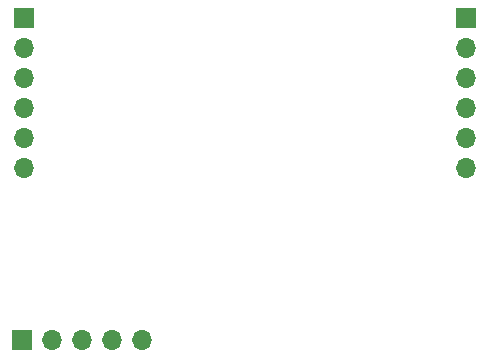
<source format=gbs>
%TF.GenerationSoftware,KiCad,Pcbnew,8.0.4*%
%TF.CreationDate,2025-01-10T16:33:03-05:00*%
%TF.ProjectId,X17-Data-Conversion,5831372d-4461-4746-912d-436f6e766572,rev?*%
%TF.SameCoordinates,Original*%
%TF.FileFunction,Soldermask,Bot*%
%TF.FilePolarity,Negative*%
%FSLAX46Y46*%
G04 Gerber Fmt 4.6, Leading zero omitted, Abs format (unit mm)*
G04 Created by KiCad (PCBNEW 8.0.4) date 2025-01-10 16:33:03*
%MOMM*%
%LPD*%
G01*
G04 APERTURE LIST*
%ADD10O,1.700000X1.700000*%
%ADD11R,1.700000X1.700000*%
G04 APERTURE END LIST*
D10*
%TO.C,J4*%
X180272500Y-80540000D03*
X180272500Y-78000000D03*
X180272500Y-75460000D03*
X180272500Y-72920000D03*
X180272500Y-70380000D03*
D11*
X180272500Y-67840000D03*
D10*
X142847500Y-80540000D03*
X142847500Y-78000000D03*
X142847500Y-75460000D03*
X142847500Y-72920000D03*
X142847500Y-70380000D03*
D11*
X142847500Y-67840000D03*
%TD*%
%TO.C,J1*%
X142680000Y-95120000D03*
D10*
X145220000Y-95120000D03*
X147760000Y-95120000D03*
X150300000Y-95120000D03*
X152840000Y-95120000D03*
%TD*%
M02*

</source>
